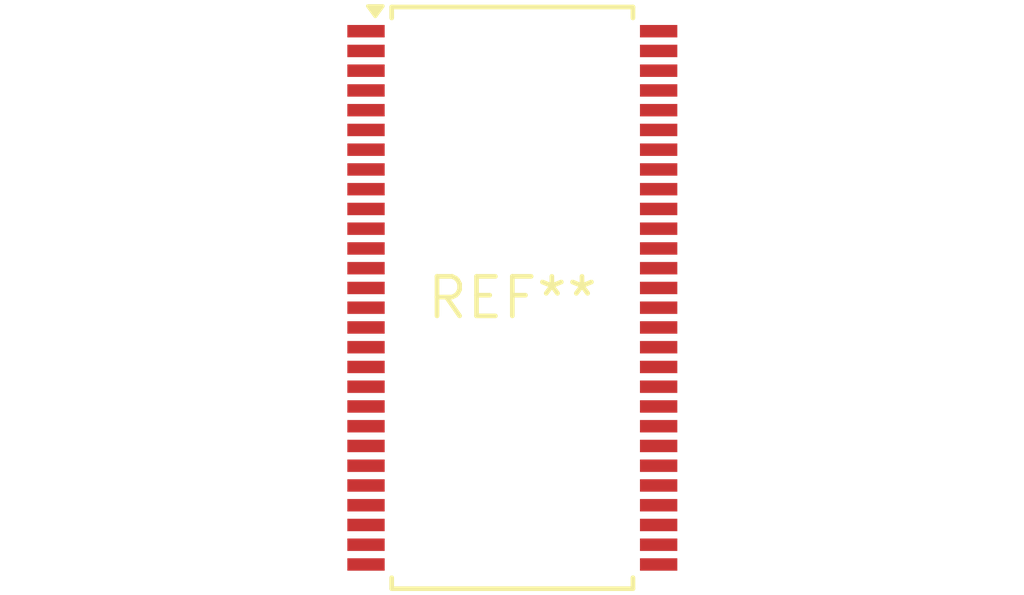
<source format=kicad_pcb>
(kicad_pcb (version 20240108) (generator pcbnew)
  (layers (0 "F.Cu" signal) (31 "B.Cu" signal) (34 "B.Paste" user) (35 "F.Paste" user) (36 "B.SilkS" user "B.Silkscreen") (37 "F.SilkS" user "F.Silkscreen") (38 "B.Mask" user) (39 "F.Mask" user) (44 "Edge.Cuts" user))
  (net 0 "")
  (footprint "SSOP-56_7.5x18.5mm_P0.635mm" (layer "F.Cu") (at 0 0)
    (property "Reference" "REF**")
    (property "Value" "SSOP-56_7.5x18.5mm_P0.635mm")
    (fp_line (start -3.875 -9.35) (end -3.875 -8.9975) (layer "F.SilkS") (stroke (width 0.15)))
    (fp_line (start -3.875 -9.35) (end 3.875 -9.35) (layer "F.SilkS") (stroke (width 0.15)))
    (fp_line (start -3.875 9.35) (end -3.875 8.9975) (layer "F.SilkS") (stroke (width 0.15)))
    (fp_line (start -3.875 9.35) (end 3.875 9.35) (layer "F.SilkS") (stroke (width 0.15)))
    (fp_line (start 3.875 -9.35) (end 3.875 -8.9975) (layer "F.SilkS") (stroke (width 0.15)))
    (fp_line (start 3.875 9.35) (end 3.875 8.9975) (layer "F.SilkS") (stroke (width 0.15)))
    (fp_poly (pts (xy -4.4 -9.05) (xy -4.64 -9.38) (xy -4.16 -9.38) (xy -4.4 -9.05)) (layer "F.SilkS") (stroke (width 0.12)) (fill solid))
    (pad "1" smd rect (at -4.7 -8.5725) (size 1.2 0.4) (layers "F.Cu" "F.Paste" "F.Mask"))
    (pad "2" smd rect (at -4.7 -7.9375) (size 1.2 0.4) (layers "F.Cu" "F.Paste" "F.Mask"))
    (pad "3" smd rect (at -4.7 -7.3025) (size 1.2 0.4) (layers "F.Cu" "F.Paste" "F.Mask"))
    (pad "4" smd rect (at -4.7 -6.6675) (size 1.2 0.4) (layers "F.Cu" "F.Paste" "F.Mask"))
    (pad "5" smd rect (at -4.7 -6.0325) (size 1.2 0.4) (layers "F.Cu" "F.Paste" "F.Mask"))
    (pad "6" smd rect (at -4.7 -5.3975) (size 1.2 0.4) (layers "F.Cu" "F.Paste" "F.Mask"))
    (pad "7" smd rect (at -4.7 -4.7625) (size 1.2 0.4) (layers "F.Cu" "F.Paste" "F.Mask"))
    (pad "8" smd rect (at -4.7 -4.1275) (size 1.2 0.4) (layers "F.Cu" "F.Paste" "F.Mask"))
    (pad "9" smd rect (at -4.7 -3.4925) (size 1.2 0.4) (layers "F.Cu" "F.Paste" "F.Mask"))
    (pad "10" smd rect (at -4.7 -2.8575) (size 1.2 0.4) (layers "F.Cu" "F.Paste" "F.Mask"))
    (pad "11" smd rect (at -4.7 -2.2225) (size 1.2 0.4) (layers "F.Cu" "F.Paste" "F.Mask"))
    (pad "12" smd rect (at -4.7 -1.5875) (size 1.2 0.4) (layers "F.Cu" "F.Paste" "F.Mask"))
    (pad "13" smd rect (at -4.7 -0.9525) (size 1.2 0.4) (layers "F.Cu" "F.Paste" "F.Mask"))
    (pad "14" smd rect (at -4.7 -0.3175) (size 1.2 0.4) (layers "F.Cu" "F.Paste" "F.Mask"))
    (pad "15" smd rect (at -4.7 0.3175) (size 1.2 0.4) (layers "F.Cu" "F.Paste" "F.Mask"))
    (pad "16" smd rect (at -4.7 0.9525) (size 1.2 0.4) (layers "F.Cu" "F.Paste" "F.Mask"))
    (pad "17" smd rect (at -4.7 1.5875) (size 1.2 0.4) (layers "F.Cu" "F.Paste" "F.Mask"))
    (pad "18" smd rect (at -4.7 2.2225) (size 1.2 0.4) (layers "F.Cu" "F.Paste" "F.Mask"))
    (pad "19" smd rect (at -4.7 2.8575) (size 1.2 0.4) (layers "F.Cu" "F.Paste" "F.Mask"))
    (pad "20" smd rect (at -4.7 3.4925) (size 1.2 0.4) (layers "F.Cu" "F.Paste" "F.Mask"))
    (pad "21" smd rect (at -4.7 4.1275) (size 1.2 0.4) (layers "F.Cu" "F.Paste" "F.Mask"))
    (pad "22" smd rect (at -4.7 4.7625) (size 1.2 0.4) (layers "F.Cu" "F.Paste" "F.Mask"))
    (pad "23" smd rect (at -4.7 5.3975) (size 1.2 0.4) (layers "F.Cu" "F.Paste" "F.Mask"))
    (pad "24" smd rect (at -4.7 6.0325) (size 1.2 0.4) (layers "F.Cu" "F.Paste" "F.Mask"))
    (pad "25" smd rect (at -4.7 6.6675) (size 1.2 0.4) (layers "F.Cu" "F.Paste" "F.Mask"))
    (pad "26" smd rect (at -4.7 7.3025) (size 1.2 0.4) (layers "F.Cu" "F.Paste" "F.Mask"))
    (pad "27" smd rect (at -4.7 7.9375) (size 1.2 0.4) (layers "F.Cu" "F.Paste" "F.Mask"))
    (pad "28" smd rect (at -4.7 8.5725) (size 1.2 0.4) (layers "F.Cu" "F.Paste" "F.Mask"))
    (pad "29" smd rect (at 4.7 8.5725) (size 1.2 0.4) (layers "F.Cu" "F.Paste" "F.Mask"))
    (pad "30" smd rect (at 4.7 7.9375) (size 1.2 0.4) (layers "F.Cu" "F.Paste" "F.Mask"))
    (pad "31" smd rect (at 4.7 7.3025) (size 1.2 0.4) (layers "F.Cu" "F.Paste" "F.Mask"))
    (pad "32" smd rect (at 4.7 6.6675) (size 1.2 0.4) (layers "F.Cu" "F.Paste" "F.Mask"))
    (pad "33" smd rect (at 4.7 6.0325) (size 1.2 0.4) (layers "F.Cu" "F.Paste" "F.Mask"))
    (pad "34" smd rect (at 4.7 5.3975) (size 1.2 0.4) (layers "F.Cu" "F.Paste" "F.Mask"))
    (pad "35" smd rect (at 4.7 4.7625) (size 1.2 0.4) (layers "F.Cu" "F.Paste" "F.Mask"))
    (pad "36" smd rect (at 4.7 4.1275) (size 1.2 0.4) (layers "F.Cu" "F.Paste" "F.Mask"))
    (pad "37" smd rect (at 4.7 3.4925) (size 1.2 0.4) (layers "F.Cu" "F.Paste" "F.Mask"))
    (pad "38" smd rect (at 4.7 2.8575) (size 1.2 0.4) (layers "F.Cu" "F.Paste" "F.Mask"))
    (pad "39" smd rect (at 4.7 2.2225) (size 1.2 0.4) (layers "F.Cu" "F.Paste" "F.Mask"))
    (pad "40" smd rect (at 4.7 1.5875) (size 1.2 0.4) (layers "F.Cu" "F.Paste" "F.Mask"))
    (pad "41" smd rect (at 4.7 0.9525) (size 1.2 0.4) (layers "F.Cu" "F.Paste" "F.Mask"))
    (pad "42" smd rect (at 4.7 0.3175) (size 1.2 0.4) (layers "F.Cu" "F.Paste" "F.Mask"))
    (pad "43" smd rect (at 4.7 -0.3175) (size 1.2 0.4) (layers "F.Cu" "F.Paste" "F.Mask"))
    (pad "44" smd rect (at 4.7 -0.9525) (size 1.2 0.4) (layers "F.Cu" "F.Paste" "F.Mask"))
    (pad "45" smd rect (at 4.7 -1.5875) (size 1.2 0.4) (layers "F.Cu" "F.Paste" "F.Mask"))
    (pad "46" smd rect (at 4.7 -2.2225) (size 1.2 0.4) (layers "F.Cu" "F.Paste" "F.Mask"))
    (pad "47" smd rect (at 4.7 -2.8575) (size 1.2 0.4) (layers "F.Cu" "F.Paste" "F.Mask"))
    (pad "48" smd rect (at 4.7 -3.4925) (size 1.2 0.4) (layers "F.Cu" "F.Paste" "F.Mask"))
    (pad "49" smd rect (at 4.7 -4.1275) (size 1.2 0.4) (layers "F.Cu" "F.Paste" "F.Mask"))
    (pad "50" smd rect (at 4.7 -4.7625) (size 1.2 0.4) (layers "F.Cu" "F.Paste" "F.Mask"))
    (pad "51" smd rect (at 4.7 -5.3975) (size 1.2 0.4) (layers "F.Cu" "F.Paste" "F.Mask"))
    (pad "52" smd rect (at 4.7 -6.0325) (size 1.2 0.4) (layers "F.Cu" "F.Paste" "F.Mask"))
    (pad "53" smd rect (at 4.7 -6.6675) (size 1.2 0.4) (layers "F.Cu" "F.Paste" "F.Mask"))
    (pad "54" smd rect (at 4.7 -7.3025) (size 1.2 0.4) (layers "F.Cu" "F.Paste" "F.Mask"))
    (pad "55" smd rect (at 4.7 -7.9375) (size 1.2 0.4) (layers "F.Cu" "F.Paste" "F.Mask"))
    (pad "56" smd rect (at 4.7 -8.5725) (size 1.2 0.4) (layers "F.Cu" "F.Paste" "F.Mask"))
  )
)
</source>
